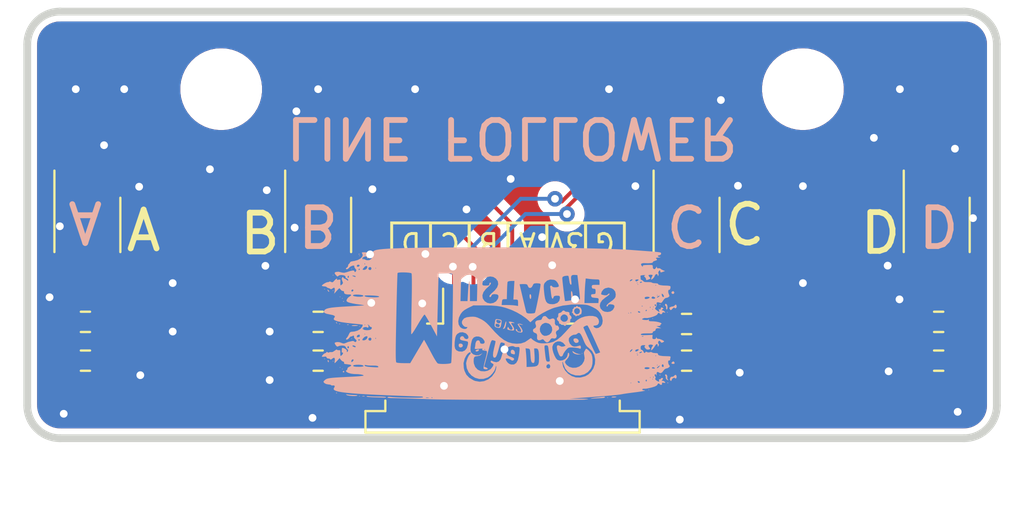
<source format=kicad_pcb>
(kicad_pcb (version 20211014) (generator pcbnew)
  (layers (0 "F.Cu" signal) (31 "B.Cu" signal) (34 "B.Paste" user) (35 "F.Paste" user) (36 "B.SilkS" user "B.Silkscreen") (37 "F.SilkS" user "F.Silkscreen") (38 "B.Mask" user) (39 "F.Mask" user) (44 "Edge.Cuts" user))
  (net 0 "")
  (net 1 "GND")
  (net 2 "+3V3")
  (net 3 "Net-(R3-Pad2)")
  (net 4 "Net-(R6-Pad2)")
  (net 5 "Net-(R9-Pad2)")
  (net 6 "Net-(R12-Pad2)")
  (net 7 "/Button A")
  (net 8 "/Button B")
  (net 9 "/Button C")
  (net 10 "/Button D")
  (footprint "Resistor_SMD:R_0603_1608Metric" (layer "F.Cu") (at 143 87)
    (fp_text reference "R12" hide)
    (fp_text value "R100")
    (pad "1" smd roundrect locked (at -0.825 0) (size 0.8 0.95) (layers "F.Cu" "F.Paste" "F.Mask") (net 2 "+3V3"))
    (pad "2" smd roundrect locked (at 0.825 0) (size 0.8 0.95) (layers "F.Cu" "F.Paste" "F.Mask") (net 6 "Net-(R12-Pad2)"))
  )
  (footprint "Resistor_SMD:R_0603_1608Metric" (layer "F.Cu") (at 174 87.11)
    (fp_text reference "R3" hide)
    (fp_text value "R100")
    (pad "1" smd roundrect locked (at -0.825 0) (size 0.8 0.95) (layers "F.Cu" "F.Paste" "F.Mask") (net 2 "+3V3"))
    (pad "2" smd roundrect locked (at 0.825 0) (size 0.8 0.95) (layers "F.Cu" "F.Paste" "F.Mask") (net 3 "Net-(R3-Pad2)"))
  )
  (footprint "MountingHole:MountingHole_3.2mm_M3_ISO14580" (layer "F.Cu") (at 150 75)
    (fp_text reference "H2")
    (fp_text value "MountingHole")
    (pad "" np_thru_hole circle (at 0 0) (size 3.2 3.2) (drill 3.2) (layers *.Cu *.Mask))
  )
  (footprint "OptoDevice:OnSemi_CASE100CY" (layer "F.Cu") (at 155 82)
    (fp_text reference "U3" hide)
    (fp_text value "QRE1113GR")
    (pad "1" smd roundrect locked (at -0.9 -2) (size 0.79 1.66) (layers "F.Cu" "F.Paste" "F.Mask") (net 5 "Net-(R9-Pad2)"))
    (pad "2" smd roundrect locked (at -0.9 2) (size 0.79 1.66) (layers "F.Cu" "F.Paste" "F.Mask") (net 1 "GND"))
    (pad "3" smd roundrect locked (at 0.9 2) (size 0.79 1.66) (layers "F.Cu" "F.Paste" "F.Mask") (net 8 "/Button B"))
    (pad "4" smd roundrect locked (at 0.9 -2) (size 0.79 1.66) (layers "F.Cu" "F.Paste" "F.Mask") (net 1 "GND"))
  )
  (footprint "Resistor_SMD:R_0603_1608Metric" (layer "F.Cu") (at 187 89)
    (fp_text reference "R8" hide)
    (fp_text value "10K")
    (pad "1" smd roundrect locked (at -0.825 0) (size 0.8 0.95) (layers "F.Cu" "F.Paste" "F.Mask") (net 2 "+3V3"))
    (pad "2" smd roundrect locked (at 0.825 0) (size 0.8 0.95) (layers "F.Cu" "F.Paste" "F.Mask") (net 10 "/Button D"))
  )
  (footprint "Resistor_SMD:R_0603_1608Metric" (layer "F.Cu") (at 143 89)
    (fp_text reference "R13" hide)
    (fp_text value "10K")
    (pad "1" smd roundrect locked (at -0.825 0) (size 0.8 0.95) (layers "F.Cu" "F.Paste" "F.Mask") (net 2 "+3V3"))
    (pad "2" smd roundrect locked (at 0.825 0) (size 0.8 0.95) (layers "F.Cu" "F.Paste" "F.Mask") (net 7 "/Button A"))
  )
  (footprint "Resistor_SMD:R_0603_1608Metric" (layer "F.Cu") (at 155 87)
    (fp_text reference "R9" hide)
    (fp_text value "R100")
    (pad "1" smd roundrect locked (at -0.825 0) (size 0.8 0.95) (layers "F.Cu" "F.Paste" "F.Mask") (net 2 "+3V3"))
    (pad "2" smd roundrect locked (at 0.825 0) (size 0.8 0.95) (layers "F.Cu" "F.Paste" "F.Mask") (net 5 "Net-(R9-Pad2)"))
  )
  (footprint "OptoDevice:OnSemi_CASE100CY" (layer "F.Cu") (at 143.1 82)
    (fp_text reference "U4" hide)
    (fp_text value "QRE1113GR")
    (pad "1" smd roundrect locked (at -0.9 -2) (size 0.79 1.66) (layers "F.Cu" "F.Paste" "F.Mask") (net 6 "Net-(R12-Pad2)"))
    (pad "2" smd roundrect locked (at -0.9 2) (size 0.79 1.66) (layers "F.Cu" "F.Paste" "F.Mask") (net 1 "GND"))
    (pad "3" smd roundrect locked (at 0.9 2) (size 0.79 1.66) (layers "F.Cu" "F.Paste" "F.Mask") (net 7 "/Button A"))
    (pad "4" smd roundrect locked (at 0.9 -2) (size 0.79 1.66) (layers "F.Cu" "F.Paste" "F.Mask") (net 1 "GND"))
  )
  (footprint "MountingHole:MountingHole_3.2mm_M3_ISO14580" (layer "F.Cu") (at 180 75)
    (fp_text reference "H1")
    (fp_text value "MountingHole")
    (pad "" np_thru_hole circle (at 0 0) (size 3.2 3.2) (drill 3.2) (layers *.Cu *.Mask))
  )
  (footprint "Connector_FFC-FPC:TE_84952-6_1x06-1MP_P1.0mm_Horizontal" (layer "F.Cu") (at 164.51 88)
    (fp_text reference "J9" hide)
    (fp_text value "Conn_01x06_MountingPin")
    (pad "1" smd rect locked (at -2.5 -1.8) (size 0.61 2) (layers "F.Cu" "F.Paste" "F.Mask") (net 10 "/Button D"))
    (pad "2" smd rect locked (at -1.5 -1.8) (size 0.61 2) (layers "F.Cu" "F.Paste" "F.Mask") (net 9 "/Button C"))
    (pad "3" smd rect locked (at -0.5 -1.8) (size 0.61 2) (layers "F.Cu" "F.Paste" "F.Mask") (net 8 "/Button B"))
    (pad "4" smd rect locked (at 0.5 -1.8) (size 0.61 2) (layers "F.Cu" "F.Paste" "F.Mask") (net 7 "/Button A"))
    (pad "5" smd rect locked (at 1.5 -1.8) (size 0.61 2) (layers "F.Cu" "F.Paste" "F.Mask") (net 2 "+3V3"))
    (pad "6" smd rect locked (at 2.5 -1.8) (size 0.61 2) (layers "F.Cu" "F.Paste" "F.Mask") (net 1 "GND"))
    (pad "MP" smd rect locked (at -5.49 1) (size 2.68 3.6) (layers "F.Cu" "F.Paste" "F.Mask") (net 1 "GND"))
    (pad "MP" smd rect locked (at 5.49 1) (size 2.68 3.6) (layers "F.Cu" "F.Paste" "F.Mask") (net 1 "GND"))
  )
  (footprint "Resistor_SMD:R_0603_1608Metric" (layer "F.Cu") (at 155 89)
    (fp_text reference "R10" hide)
    (fp_text value "10K")
    (pad "1" smd roundrect locked (at -0.825 0) (size 0.8 0.95) (layers "F.Cu" "F.Paste" "F.Mask") (net 2 "+3V3"))
    (pad "2" smd roundrect locked (at 0.825 0) (size 0.8 0.95) (layers "F.Cu" "F.Paste" "F.Mask") (net 8 "/Button B"))
  )
  (footprint "Resistor_SMD:R_0603_1608Metric" (layer "F.Cu") (at 174 89)
    (fp_text reference "R5" hide)
    (fp_text value "10K")
    (pad "1" smd roundrect locked (at -0.825 0) (size 0.8 0.95) (layers "F.Cu" "F.Paste" "F.Mask") (net 2 "+3V3"))
    (pad "2" smd roundrect locked (at 0.825 0) (size 0.8 0.95) (layers "F.Cu" "F.Paste" "F.Mask") (net 9 "/Button C"))
  )
  (footprint "Resistor_SMD:R_0603_1608Metric" (layer "F.Cu") (at 187 87)
    (fp_text reference "R6" hide)
    (fp_text value "R100")
    (pad "1" smd roundrect locked (at -0.825 0) (size 0.8 0.95) (layers "F.Cu" "F.Paste" "F.Mask") (net 2 "+3V3"))
    (pad "2" smd roundrect locked (at 0.825 0) (size 0.8 0.95) (layers "F.Cu" "F.Paste" "F.Mask") (net 4 "Net-(R6-Pad2)"))
  )
  (footprint "OptoDevice:OnSemi_CASE100CY" (layer "F.Cu") (at 186.9 82)
    (fp_text reference "U2" hide)
    (fp_text value "QRE1113GR")
    (pad "1" smd roundrect locked (at -0.9 -2) (size 0.79 1.66) (layers "F.Cu" "F.Paste" "F.Mask") (net 4 "Net-(R6-Pad2)"))
    (pad "2" smd roundrect locked (at -0.9 2) (size 0.79 1.66) (layers "F.Cu" "F.Paste" "F.Mask") (net 1 "GND"))
    (pad "3" smd roundrect locked (at 0.9 2) (size 0.79 1.66) (layers "F.Cu" "F.Paste" "F.Mask") (net 10 "/Button D"))
    (pad "4" smd roundrect locked (at 0.9 -2) (size 0.79 1.66) (layers "F.Cu" "F.Paste" "F.Mask") (net 1 "GND"))
  )
  (footprint "OptoDevice:OnSemi_CASE100CY" (layer "F.Cu") (at 174 82)
    (fp_text reference "U1" hide)
    (fp_text value "QRE1113GR")
    (pad "1" smd roundrect locked (at -0.9 -2) (size 0.79 1.66) (layers "F.Cu" "F.Paste" "F.Mask") (net 3 "Net-(R3-Pad2)"))
    (pad "2" smd roundrect locked (at -0.9 2) (size 0.79 1.66) (layers "F.Cu" "F.Paste" "F.Mask") (net 1 "GND"))
    (pad "3" smd roundrect locked (at 0.9 2) (size 0.79 1.66) (layers "F.Cu" "F.Paste" "F.Mask") (net 9 "/Button C"))
    (pad "4" smd roundrect locked (at 0.9 -2) (size 0.79 1.66) (layers "F.Cu" "F.Paste" "F.Mask") (net 1 "GND"))
  )
  (footprint "Symbol:mechanical_mustache_20mm_painted" (layer "B.Cu") (at 164.35 85.73)
    (fp_text reference "G***" hide)
    (fp_text value "LOGO" hide)
  )
  (gr_rect (start 168.792 81.898) (end 166.792 83.898) (layer "F.SilkS") (width 0.15) (fill none))
  (gr_rect (start 166.792 81.898) (end 164.792 83.898) (layer "F.SilkS") (width 0.15) (fill none))
  (gr_rect (start 162.792 81.898) (end 160.792 83.898) (layer "F.SilkS") (width 0.15) (fill none))
  (gr_rect (start 164.792 81.898) (end 162.792 83.898) (layer "F.SilkS") (width 0.15) (fill none))
  (gr_rect (start 160.792 81.898) (end 158.792 83.898) (layer "F.SilkS") (width 0.15) (fill none))
  (gr_rect (start 170.792 81.898) (end 168.792 83.898) (layer "F.SilkS") (width 0.15) (fill none))
  (gr_arc (start 140 72.68995) (mid 140.494975 71.494975) (end 141.68995 71) (layer "Edge.Cuts") (width 0.4))
  (gr_line (start 188.31005 71) (end 141.68995 71) (layer "Edge.Cuts") (width 0.4))
  (gr_line (start 188.31005 93) (end 141.68995 93) (layer "Edge.Cuts") (width 0.4))
  (gr_line (start 140 72.68995) (end 140 91.31005) (layer "Edge.Cuts") (width 0.4))
  (gr_arc (start 188.31005 71) (mid 189.505025 71.494975) (end 190 72.68995) (layer "Edge.Cuts") (width 0.4))
  (gr_arc (start 141.68995 93) (mid 140.494975 92.505025) (end 140 91.31005) (layer "Edge.Cuts") (width 0.4))
  (gr_arc (start 190 91.31005) (mid 189.505025 92.505025) (end 188.31005 93) (layer "Edge.Cuts") (width 0.4))
  (gr_line (start 190 72.68995) (end 190 91.31005) (layer "Edge.Cuts") (width 0.4))
  (gr_text "C" (at 174 82 180) (layer "B.SilkS") (effects (font (size 2 2) (thickness 0.3)) (justify mirror)))
  (gr_text "A" (at 142.99 81.84 180) (layer "B.SilkS") (effects (font (size 2 2) (thickness 0.3)) (justify mirror)))
  (gr_text "D" (at 187 82 180) (layer "B.SilkS") (effects (font (size 2 2) (thickness 0.3)) (justify mirror)))
  (gr_text "B" (at 155 82 180) (layer "B.SilkS") (effects (font (size 2 2) (thickness 0.3)) (justify mirror)))
  (gr_text "LINE FOLLOWER\n" (at 165 77.5 180) (layer "B.SilkS") (effects (font (size 2 2) (thickness 0.3)) (justify mirror)))
  (gr_text "A" (at 165.792 82.898 180) (layer "F.SilkS") (effects (font (size 1 1))))
  (gr_text "A" (at 146 82.3) (layer "F.SilkS") (effects (font (size 2 2) (thickness 0.3))))
  (gr_text "C" (at 177 82) (layer "F.SilkS") (effects (font (size 2 2) (thickness 0.3))))
  (gr_text "B" (at 152 82.46) (layer "F.SilkS") (effects (font (size 2 2) (thickness 0.3))))
  (gr_text "G" (at 169.792 82.898 180) (layer "F.SilkS") (effects (font (size 1 1))))
  (gr_text "C" (at 161.792 82.898 180) (layer "F.SilkS") (effects (font (size 1 1))))
  (gr_text "D" (at 159.792 82.898 180) (layer "F.SilkS") (effects (font (size 1 1))))
  (gr_text "D" (at 184 82.43) (layer "F.SilkS") (effects (font (size 2 2) (thickness 0.3))))
  (gr_text "3V" (at 167.792 82.898 180) (layer "F.SilkS") (effects (font (size 1 1))))
  (gr_text "B" (at 163.792 82.898 180) (layer "F.SilkS") (effects (font (size 1 1))))
  (via (at 157.68 83.52) (size 0.8) (drill 0.4) (layers "F.Cu" "B.Cu") (net 1))
  (via (at 152.5 90) (size 0.8) (drill 0.4) (layers "F.Cu" "B.Cu") (net 1))
  (via (at 145.83 89.75) (size 0.8) (drill 0.4) (layers "F.Cu" "B.Cu") (net 1))
  (via (at 176.65 79.98) (size 0.8) (drill 0.4) (layers "F.Cu" "B.Cu") (net 1))
  (via (at 188.77 81.65) (size 0.8) (drill 0.4) (layers "F.Cu" "B.Cu") (net 1))
  (via (at 152.5 87.5) (size 0.8) (drill 0.4) (layers "F.Cu" "B.Cu") (net 1))
  (via (at 167.46 90.05) (size 0.8) (drill 0.4) (layers "F.Cu" "B.Cu") (net 1))
  (via (at 166.55 82.63) (size 0.8) (drill 0.4) (layers "F.Cu" "B.Cu") (net 1))
  (via (at 180 85) (size 0.8) (drill 0.4) (layers "F.Cu" "B.Cu") (net 1))
  (via (at 187.84 78.07) (size 0.8) (drill 0.4) (layers "F.Cu" "B.Cu") (net 1))
  (via (at 143.96 77.89) (size 0.8) (drill 0.4) (layers "F.Cu" "B.Cu") (net 1))
  (via (at 145.77 80.03) (size 0.8) (drill 0.4) (layers "F.Cu" "B.Cu") (net 1))
  (via (at 147.5 87.5) (size 0.8) (drill 0.4) (layers "F.Cu" "B.Cu") (net 1))
  (via (at 185 75) (size 0.8) (drill 0.4) (layers "F.Cu" "B.Cu") (net 1))
  (via (at 153.88 76.14) (size 0.8) (drill 0.4) (layers "F.Cu" "B.Cu") (net 1))
  (via (at 141.15 85.73) (size 0.8) (drill 0.4) (layers "F.Cu" "B.Cu") (net 1))
  (via (at 184.37 84.1) (size 0.8) (drill 0.4) (layers "F.Cu" "B.Cu") (net 1))
  (via (at 175.77 75.56) (size 0.8) (drill 0.4) (layers "F.Cu" "B.Cu") (net 1))
  (via (at 152.28 84.11) (size 0.8) (drill 0.4) (layers "F.Cu" "B.Cu") (net 1))
  (via (at 157.8 80.16) (size 0.8) (drill 0.4) (layers "F.Cu" "B.Cu") (net 1))
  (via (at 183.66 77.51) (size 0.8) (drill 0.4) (layers "F.Cu" "B.Cu") (net 1))
  (via (at 170 75) (size 0.8) (drill 0.4) (layers "F.Cu" "B.Cu") (net 1))
  (via (at 164.93 79.63) (size 0.8) (drill 0.4) (layers "F.Cu" "B.Cu") (net 1))
  (via (at 142.5 75) (size 0.8) (drill 0.4) (layers "F.Cu" "B.Cu") (net 1))
  (via (at 154.71 91.95) (size 0.8) (drill 0.4) (layers "F.Cu" "B.Cu") (net 1))
  (via (at 160.37 86.05) (size 0.8) (drill 0.4) (layers "F.Cu" "B.Cu") (net 1))
  (via (at 141.68 82.07) (size 0.8) (drill 0.4) (layers "F.Cu" "B.Cu") (net 1))
  (via (at 160.53 83.5) (size 0.8) (drill 0.4) (layers "F.Cu" "B.Cu") (net 1))
  (via (at 162.65 81.2) (size 0.8) (drill 0.4) (layers "F.Cu" "B.Cu") (net 1))
  (via (at 168.25 85.84) (size 0.8) (drill 0.4) (layers "F.Cu" "B.Cu") (net 1))
  (via (at 155 75) (size 0.8) (drill 0.4) (layers "F.Cu" "B.Cu") (net 1))
  (via (at 167.07 84.08) (size 0.8) (drill 0.4) (layers "F.Cu" "B.Cu") (net 1))
  (via (at 141.88 91.74) (size 0.8) (drill 0.4) (layers "F.Cu" "B.Cu") (net 1))
  (via (at 161.49 90.3) (size 0.8) (drill 0.4) (layers "F.Cu" "B.Cu") (net 1))
  (via (at 184.98 85.84) (size 0.8) (drill 0.4) (layers "F.Cu" "B.Cu") (net 1))
  (via (at 160 75) (size 0.8) (drill 0.4) (layers "F.Cu" "B.Cu") (net 1))
  (via (at 145 75) (size 0.8) (drill 0.4) (layers "F.Cu" "B.Cu") (net 1))
  (via (at 176.74 89.62) (size 0.8) (drill 0.4) (layers "F.Cu" "B.Cu") (net 1))
  (via (at 153.79 82.14) (size 0.8) (drill 0.4) (layers "F.Cu" "B.Cu") (net 1))
  (via (at 173.65 92.04) (size 0.8) (drill 0.4) (layers "F.Cu" "B.Cu") (net 1))
  (via (at 171.36 80) (size 0.8) (drill 0.4) (layers "F.Cu" "B.Cu") (net 1))
  (via (at 157.74 86.02) (size 0.8) (drill 0.4) (layers "F.Cu" "B.Cu") (net 1))
  (via (at 180 80) (size 0.8) (drill 0.4) (layers "F.Cu" "B.Cu") (net 1))
  (via (at 184.42 89.55) (size 0.8) (drill 0.4) (layers "F.Cu" "B.Cu") (net 1))
  (via (at 147.5 85) (size 0.8) (drill 0.4) (layers "F.Cu" "B.Cu") (net 1))
  (via (at 149.42 79.13) (size 0.8) (drill 0.4) (layers "F.Cu" "B.Cu") (net 1))
  (via (at 187.98 91.64) (size 0.8) (drill 0.4) (layers "F.Cu" "B.Cu") (net 1))
  (via (at 152.35 80.21) (size 0.8) (drill 0.4) (layers "F.Cu" "B.Cu") (net 1))
  (via (at 164.61 88.42) (size 0.8) (drill 0.4) (layers "F.Cu" "B.Cu") (net 1))
  (segment (start 166.01 90.31) (end 167.6 91.9) (width 0.2) (layer "F.Cu") (net 2))
  (segment (start 142.175 87) (end 142.175 89) (width 0.2) (layer "F.Cu") (net 2))
  (segment (start 166.01 90.31) (end 163.74 90.31) (width 0.2) (layer "F.Cu") (net 2))
  (segment (start 186.19 90.15) (end 186.19 89.015) (width 0.2) (layer "F.Cu") (net 2))
  (segment (start 146.9 90.88) (end 143.33 90.88) (width 0.2) (layer "F.Cu") (net 2))
  (segment (start 186.19 89.015) (end 186.175 89) (width 0.2) (layer "F.Cu") (net 2))
  (segment (start 154.175 89) (end 148.78 89) (width 0.2) (layer "F.Cu") (net 2))
  (segment (start 162.26 91.79) (end 156.52 91.79) (width 0.2) (layer "F.Cu") (net 2))
  (segment (start 154.175 89) (end 154.175 87) (width 0.2) (layer "F.Cu") (net 2))
  (segment (start 167.6 91.9) (end 172.05 91.9) (width 0.2) (layer "F.Cu") (net 2))
  (segment (start 173.175 87.11) (end 173.175 89) (width 0.2) (layer "F.Cu") (net 2))
  (segment (start 154.175 89.445) (end 154.175 89) (width 0.2) (layer "F.Cu") (net 2))
  (segment (start 173.175 90.775) (end 185.565 90.775) (width 0.2) (layer "F.Cu") (net 2))
  (segment (start 148.78 89) (end 146.9 90.88) (width 0.2) (layer "F.Cu") (net 2))
  (segment (start 186.175 87) (end 186.175 89) (width 0.2) (layer "F.Cu") (net 2))
  (segment (start 172.05 91.9) (end 173.175 90.775) (width 0.2) (layer "F.Cu") (net 2))
  (segment (start 163.74 90.31) (end 162.26 91.79) (width 0.2) (layer "F.Cu") (net 2))
  (segment (start 143.33 90.88) (end 142.175 89.725) (width 0.2) (layer "F.Cu") (net 2))
  (segment (start 156.52 91.79) (end 154.175 89.445) (width 0.2) (layer "F.Cu") (net 2))
  (segment (start 185.565 90.775) (end 186.19 90.15) (width 0.2) (layer "F.Cu") (net 2))
  (segment (start 166.01 86.2) (end 166.01 90.31) (width 0.2) (layer "F.Cu") (net 2))
  (segment (start 173.175 90.775) (end 173.175 89) (width 0.2) (layer "F.Cu") (net 2))
  (segment (start 142.175 89.725) (end 142.175 89) (width 0.2) (layer "F.Cu") (net 2))
  (segment (start 174.825 87.11) (end 173.79452 86.07952) (width 0.2) (layer "F.Cu") (net 3))
  (segment (start 173.79452 86.07952) (end 173.79452 80.69452) (width 0.2) (layer "F.Cu") (net 3))
  (segment (start 173.79452 80.69452) (end 173.1 80) (width 0.2) (layer "F.Cu") (net 3))
  (segment (start 187.825 85.968852) (end 186.94 85.083852) (width 0.2) (layer "F.Cu") (net 4))
  (segment (start 187.825 87) (end 187.825 85.968852) (width 0.2) (layer "F.Cu") (net 4))
  (segment (start 186.05 80.05) (end 186 80) (width 0.2) (layer "F.Cu") (net 4))
  (segment (start 186.94 82.62) (end 186.05 81.73) (width 0.2) (layer "F.Cu") (net 4))
  (segment (start 186.05 81.73) (end 186.05 80.05) (width 0.2) (layer "F.Cu") (net 4))
  (segment (start 186.94 85.083852) (end 186.94 82.62) (width 0.2) (layer "F.Cu") (net 4))
  (segment (start 155.13 86.305) (end 155.13 81.03) (width 0.2) (layer "F.Cu") (net 5))
  (segment (start 155.825 87) (end 155.13 86.305) (width 0.2) (layer "F.Cu") (net 5))
  (segment (start 155.13 81.03) (end 154.1 80) (width 0.2) (layer "F.Cu") (net 5))
  (segment (start 143.03 80.83) (end 142.2 80) (width 0.2) (layer "F.Cu") (net 6))
  (segment (start 143.825 87) (end 143.03 86.205) (width 0.2) (layer "F.Cu") (net 6))
  (segment (start 143.03 86.205) (end 143.03 80.83) (width 0.2) (layer "F.Cu") (net 6))
  (segment (start 144.41 89) (end 143.825 89) (width 0.2) (layer "F.Cu") (net 7))
  (segment (start 160.62 77.58) (end 153.11 77.58) (width 0.2) (layer "F.Cu") (net 7))
  (segment (start 145.57 87.84) (end 144.41 89) (width 0.2) (layer "F.Cu") (net 7))
  (segment (start 165.01 86.2) (end 165.01 81.97) (width 0.2) (layer "F.Cu") (net 7))
  (segment (start 144 84) (end 145.57 85.57) (width 0.2) (layer "F.Cu") (net 7))
  (segment (start 153.11 77.58) (end 146.69 84) (width 0.2) (layer "F.Cu") (net 7))
  (segment (start 145.57 85.57) (end 145.57 87.84) (width 0.2) (layer "F.Cu") (net 7))
  (segment (start 165.01 81.97) (end 160.62 77.58) (width 0.2) (layer "F.Cu") (net 7))
  (segment (start 146.69 84) (end 144 84) (width 0.2) (layer "F.Cu") (net 7))
  (segment (start 164.01 86.2) (end 164.01 84.1) (width 0.2) (layer "F.Cu") (net 8))
  (segment (start 155.9 82.72) (end 155.9 84) (width 0.2) (layer "F.Cu") (net 8))
  (segment (start 162.05 82.14) (end 156.48 82.14) (width 0.2) (layer "F.Cu") (net 8))
  (segment (start 155.825 89) (end 156.52452 88.30048) (width 0.2) (layer "F.Cu") (net 8))
  (segment (start 156.48 82.14) (end 155.9 82.72) (width 0.2) (layer "F.Cu") (net 8))
  (segment (start 156.52452 88.30048) (end 156.52452 84.62452) (width 0.2) (layer "F.Cu") (net 8))
  (segment (start 156.52452 84.62452) (end 155.9 84) (width 0.2) (layer "F.Cu") (net 8))
  (segment (start 164.01 84.1) (end 162.05 82.14) (width 0.2) (layer "F.Cu") (net 8))
  (segment (start 174.20548 78.35548) (end 174.20548 83.30548) (width 0.2) (layer "F.Cu") (net 9))
  (segment (start 171.315006 77.61) (end 173.46 77.61) (width 0.2) (layer "F.Cu") (net 9))
  (segment (start 175.52452 84.62452) (end 174.9 84) (width 0.2) (layer "F.Cu") (net 9))
  (segment (start 167.832806 81.438255) (end 167.832806 81.0922) (width 0.2) (layer "F.Cu") (net 9))
  (segment (start 173.46 77.61) (end 174.20548 78.35548) (width 0.2) (layer "F.Cu") (net 9))
  (segment (start 174.825 89) (end 175.52452 88.30048) (width 0.2) (layer "F.Cu") (net 9))
  (segment (start 174.20548 83.30548) (end 174.9 84) (width 0.2) (layer "F.Cu") (net 9))
  (segment (start 163.01 86.2) (end 163.01 84.2) (width 0.2) (layer "F.Cu") (net 9))
  (segment (start 167.832806 81.0922) (end 171.315006 77.61) (width 0.2) (layer "F.Cu") (net 9))
  (segment (start 175.52452 88.30048) (end 175.52452 84.62452) (width 0.2) (layer "F.Cu") (net 9))
  (segment (start 163.01 84.2) (end 162.97 84.16) (width 0.2) (layer "F.Cu") (net 9))
  (via (at 162.97 84.16) (size 0.8) (drill 0.4) (layers "F.Cu" "B.Cu") (net 9))
  (via (at 167.832806 81.438255) (size 0.8) (drill 0.4) (layers "F.Cu" "B.Cu") (net 9))
  (segment (start 165.691745 81.438255) (end 162.97 84.16) (width 0.2) (layer "B.Cu") (net 9))
  (segment (start 167.832806 81.438255) (end 165.691745 81.438255) (width 0.2) (layer "B.Cu") (net 9))
  (segment (start 188.52452 88.30048) (end 188.52452 84.72452) (width 0.2) (layer "F.Cu") (net 10))
  (segment (start 167.57 80.79) (end 171.3 77.06) (width 0.2) (layer "F.Cu") (net 10))
  (segment (start 167.214381 80.653044) (end 167.351337 80.79) (width 0.2) (layer "F.Cu") (net 10))
  (segment (start 177.24 78.69) (end 186.6 78.69) (width 0.2) (layer "F.Cu") (net 10))
  (segment (start 162.01 86.2) (end 162.01 84.21) (width 0.2) (layer "F.Cu") (net 10))
  (segment (start 167.351337 80.79) (end 167.57 80.79) (width 0.2) (layer "F.Cu") (net 10))
  (segment (start 186.6 78.69) (end 186.92 79.01) (width 0.2) (layer "F.Cu") (net 10))
  (segment (start 188.52452 84.72452) (end 187.8 84) (width 0.2) (layer "F.Cu") (net 10))
  (segment (start 162.01 84.21) (end 161.95 84.15) (width 0.2) (layer "F.Cu") (net 10))
  (segment (start 175.61 77.06) (end 177.24 78.69) (width 0.2) (layer "F.Cu") (net 10))
  (segment (start 187.77 82.44) (end 187.77 83.97) (width 0.2) (layer "F.Cu") (net 10))
  (segment (start 171.3 77.06) (end 175.61 77.06) (width 0.2) (layer "F.Cu") (net 10))
  (segment (start 186.92 81.59) (end 187.77 82.44) (width 0.2) (layer "F.Cu") (net 10))
  (segment (start 187.825 89) (end 188.52452 88.30048) (width 0.2) (layer "F.Cu") (net 10))
  (segment (start 186.92 79.01) (end 186.92 81.59) (width 0.2) (layer "F.Cu") (net 10))
  (segment (start 187.77 83.97) (end 187.8 84) (width 0.2) (layer "F.Cu") (net 10))
  (via (at 167.214381 80.653044) (size 0.8) (drill 0.4) (layers "F.Cu" "B.Cu") (net 10))
  (via (at 161.95 84.15) (size 0.8) (drill 0.4) (layers "F.Cu" "B.Cu") (net 10))
  (segment (start 167.214381 80.653044) (end 165.446956 80.653044) (width 0.2) (layer "B.Cu") (net 10))
  (segment (start 165.446956 80.653044) (end 161.95 84.15) (width 0.2) (layer "B.Cu") (net 10))
  (zone (net 1) (net_name "GND") (layer "F.Cu") (connect_pads (clearance 0.508)) (min_thickness 0.254) (fill yes (thermal_gap 0.508) (thermal_bridge_width 0.508))
    (polygon (pts (xy 190 93) (xy 140 93) (xy 140 71) (xy 190 71)))
  )
  (zone (net 1) (net_name "GND") (layer "B.Cu") (connect_pads (clearance 0.508)) (min_thickness 0.254) (fill yes (thermal_gap 0.508) (thermal_bridge_width 0.508))
    (polygon (pts (xy 190 93) (xy 140 93) (xy 140 71) (xy 190 71)))
  )
)
</source>
